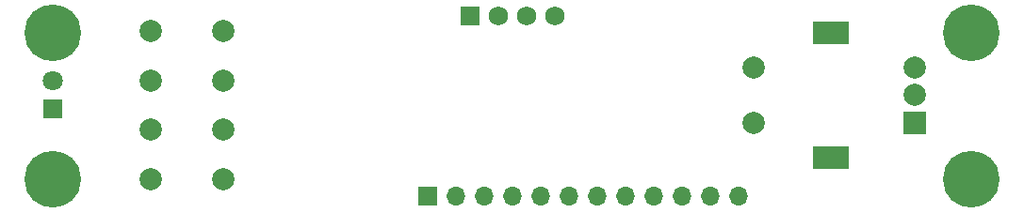
<source format=gts>
G04 #@! TF.GenerationSoftware,KiCad,Pcbnew,(5.1.8)-1*
G04 #@! TF.CreationDate,2022-07-09T03:05:26+02:00*
G04 #@! TF.ProjectId,BulkyMIDI-32 Module Panel,42756c6b-794d-4494-9449-2d3332204d6f,rev?*
G04 #@! TF.SameCoordinates,Original*
G04 #@! TF.FileFunction,Soldermask,Top*
G04 #@! TF.FilePolarity,Negative*
%FSLAX46Y46*%
G04 Gerber Fmt 4.6, Leading zero omitted, Abs format (unit mm)*
G04 Created by KiCad (PCBNEW (5.1.8)-1) date 2022-07-09 03:05:26*
%MOMM*%
%LPD*%
G01*
G04 APERTURE LIST*
%ADD10C,2.000000*%
%ADD11C,5.100000*%
%ADD12R,3.200000X2.000000*%
%ADD13R,2.000000X2.000000*%
%ADD14C,1.727200*%
%ADD15R,1.727200X1.727200*%
%ADD16R,1.700000X1.700000*%
%ADD17O,1.700000X1.700000*%
%ADD18R,1.800000X1.800000*%
%ADD19C,1.800000*%
G04 APERTURE END LIST*
D10*
X115130000Y-115773000D03*
X115130000Y-120273000D03*
X108630000Y-115773000D03*
X108630000Y-120273000D03*
X108630000Y-129163000D03*
X108630000Y-124663000D03*
X115130000Y-129163000D03*
X115130000Y-124663000D03*
D11*
X99815000Y-129199000D03*
X182365000Y-129199000D03*
X182365000Y-115949000D03*
X99815000Y-115949000D03*
D10*
X162785000Y-119079000D03*
X162785000Y-124079000D03*
D12*
X169785000Y-115979000D03*
X169785000Y-127179000D03*
D10*
X177285000Y-119079000D03*
X177285000Y-121579000D03*
D13*
X177285000Y-124079000D03*
D14*
X144900000Y-114467000D03*
X142360000Y-114467000D03*
X139820000Y-114467000D03*
D15*
X137280000Y-114467000D03*
D16*
X133470000Y-130723000D03*
D17*
X136010000Y-130723000D03*
X138550000Y-130723000D03*
X141090000Y-130723000D03*
X143630000Y-130723000D03*
X146170000Y-130723000D03*
X148710000Y-130723000D03*
X151250000Y-130723000D03*
X153790000Y-130723000D03*
X156330000Y-130723000D03*
X158870000Y-130723000D03*
X161410000Y-130723000D03*
D18*
X99815000Y-122849000D03*
D19*
X99815000Y-120309000D03*
M02*

</source>
